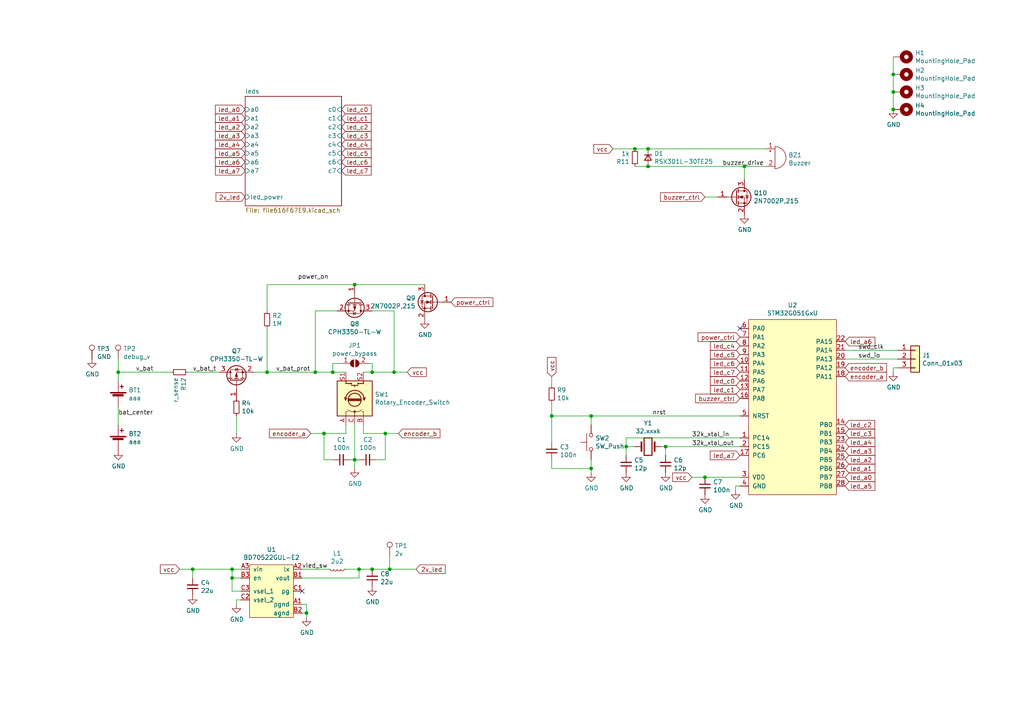
<source format=kicad_sch>
(kicad_sch (version 20211123) (generator eeschema)
  (paper "A4")
  (lib_symbols
    (symbol "Connector:TestPoint" (pin_numbers hide) (pin_names (offset 0.762) hide)
      (property "Reference" "TP" (at 0 6.858 0))
      (property "Value" "TestPoint" (at 0 5.08 0))
      (symbol "TestPoint_0_1"
        (circle (center 0 3.302) (radius 0.762))
      )
      (symbol "TestPoint_1_1"
        (pin passive line (at 0 0 90) (length 2.54) (name "1") (number "1"))
      )
    )
    (symbol "Connector_Generic:Conn_01x03" (pin_names (offset 1.016) hide)
      (property "Reference" "J" (at 0 5.08 0))
      (property "Value" "Conn_01x03" (at 0 -5.08 0))
      (symbol "Conn_01x03_1_1"
        (rectangle (start -1.27 -2.413) (end 0 -2.667) (stroke (width 0.1524)))
        (rectangle (start -1.27 0.127) (end 0 -0.127) (stroke (width 0.1524)))
        (rectangle (start -1.27 2.667) (end 0 2.413) (stroke (width 0.1524)))
        (rectangle (start -1.27 3.81) (end 1.27 -3.81) (stroke (width 0.254)) (fill (type background)))
        (pin passive line (at -5.08 2.54 0) (length 3.81) (name "Pin_1") (number "1"))
        (pin passive line (at -5.08 0 0) (length 3.81) (name "Pin_2") (number "2"))
        (pin passive line (at -5.08 -2.54 0) (length 3.81) (name "Pin_3") (number "3"))
      )
    )
    (symbol "Device:Battery_Cell" (pin_numbers hide) (pin_names (offset 0) hide)
      (property "Reference" "BT" (at 2.54 2.54 0))
      (property "Value" "Battery_Cell" (at 2.54 0 0))
      (symbol "Battery_Cell_0_1"
        (rectangle (start -2.286 1.778) (end 2.286 1.524) (fill (type outline)))
        (rectangle (start -1.5748 1.1938) (end 1.4732 0.6858) (fill (type outline)))
        (polyline (pts (xy 0 0.762) (xy 0 0)))
        (polyline (pts (xy 0 1.778) (xy 0 2.54)))
        (polyline (pts (xy 0.508 3.429) (xy 1.524 3.429)) (stroke (width 0.254)))
        (polyline (pts (xy 1.016 3.937) (xy 1.016 2.921)) (stroke (width 0.254)))
      )
      (symbol "Battery_Cell_1_1"
        (pin passive line (at 0 5.08 270) (length 2.54) (name "+") (number "1"))
        (pin passive line (at 0 -2.54 90) (length 2.54) (name "-") (number "2"))
      )
    )
    (symbol "Device:Buzzer" (pin_names (offset 0.0254) hide)
      (property "Reference" "BZ" (at 3.81 1.27 0))
      (property "Value" "Buzzer" (at 3.81 -1.27 0))
      (symbol "Buzzer_0_1"
        (arc (start 0 -3.175) (mid 3.175 0) (end 0 3.175))
        (polyline (pts (xy -1.651 1.905) (xy -1.143 1.905)))
        (polyline (pts (xy -1.397 2.159) (xy -1.397 1.651)))
        (polyline (pts (xy 0 3.175) (xy 0 -3.175)))
      )
      (symbol "Buzzer_1_1"
        (pin passive line (at -2.54 2.54 0) (length 2.54) (name "-") (number "1"))
        (pin passive line (at -2.54 -2.54 0) (length 2.54) (name "+") (number "2"))
      )
    )
    (symbol "Device:C_Small" (pin_numbers hide) (pin_names (offset 0.254) hide)
      (property "Reference" "C" (at 0.254 1.778 0))
      (property "Value" "C_Small" (at 0.254 -2.032 0))
      (symbol "C_Small_0_1"
        (polyline (pts (xy -1.524 -0.508) (xy 1.524 -0.508)) (stroke (width 0.3302)))
        (polyline (pts (xy -1.524 0.508) (xy 1.524 0.508)) (stroke (width 0.3048)))
      )
      (symbol "C_Small_1_1"
        (pin passive line (at 0 2.54 270) (length 2.032) (name "~") (number "1"))
        (pin passive line (at 0 -2.54 90) (length 2.032) (name "~") (number "2"))
      )
    )
    (symbol "Device:Crystal" (pin_numbers hide) (pin_names (offset 1.016) hide)
      (property "Reference" "Y" (at 0 3.81 0))
      (property "Value" "Crystal" (at 0 -3.81 0))
      (symbol "Crystal_0_1"
        (rectangle (start -1.143 2.54) (end 1.143 -2.54) (stroke (width 0.3048)))
        (polyline (pts (xy -2.54 0) (xy -1.905 0)))
        (polyline (pts (xy -1.905 -1.27) (xy -1.905 1.27)) (stroke (width 0.508)))
        (polyline (pts (xy 1.905 -1.27) (xy 1.905 1.27)) (stroke (width 0.508)))
        (polyline (pts (xy 2.54 0) (xy 1.905 0)))
      )
      (symbol "Crystal_1_1"
        (pin passive line (at -3.81 0 0) (length 1.27) (name "1") (number "1"))
        (pin passive line (at 3.81 0 180) (length 1.27) (name "2") (number "2"))
      )
    )
    (symbol "Device:D_Small" (pin_numbers hide) (pin_names (offset 0.254) hide)
      (property "Reference" "D" (at -1.27 2.032 0))
      (property "Value" "D_Small" (at -3.81 -2.032 0))
      (symbol "D_Small_0_1"
        (polyline (pts (xy -0.762 -1.016) (xy -0.762 1.016)) (stroke (width 0.254)))
        (polyline (pts (xy -0.762 0) (xy 0.762 0)))
        (polyline (pts (xy 0.762 -1.016) (xy -0.762 0) (xy 0.762 1.016) (xy 0.762 -1.016)) (stroke (width 0.254)))
      )
      (symbol "D_Small_1_1"
        (pin passive line (at -2.54 0 0) (length 1.778) (name "K") (number "1"))
        (pin passive line (at 2.54 0 180) (length 1.778) (name "A") (number "2"))
      )
    )
    (symbol "Device:L_Small" (pin_numbers hide) (pin_names (offset 0.254) hide)
      (property "Reference" "L" (at 0.762 1.016 0))
      (property "Value" "L_Small" (at 0.762 -1.016 0))
      (symbol "L_Small_0_1"
        (arc (start 0 -2.032) (mid 0.508 -1.524) (end 0 -1.016))
        (arc (start 0 -1.016) (mid 0.508 -0.508) (end 0 0))
        (arc (start 0 0) (mid 0.508 0.508) (end 0 1.016))
        (arc (start 0 1.016) (mid 0.508 1.524) (end 0 2.032))
      )
      (symbol "L_Small_1_1"
        (pin passive line (at 0 2.54 270) (length 0.508) (name "~") (number "1"))
        (pin passive line (at 0 -2.54 90) (length 0.508) (name "~") (number "2"))
      )
    )
    (symbol "Device:Q_NMOS_GSD" (pin_names (offset 0) hide)
      (property "Reference" "Q" (at 5.08 1.27 0))
      (property "Value" "Q_NMOS_GSD" (at 5.08 -1.27 0))
      (symbol "Q_NMOS_GSD_0_1"
        (polyline (pts (xy 0.254 0) (xy -2.54 0)))
        (polyline (pts (xy 0.254 1.905) (xy 0.254 -1.905)) (stroke (width 0.254)))
        (polyline (pts (xy 0.762 -1.27) (xy 0.762 -2.286)) (stroke (width 0.254)))
        (polyline (pts (xy 0.762 0.508) (xy 0.762 -0.508)) (stroke (width 0.254)))
        (polyline (pts (xy 0.762 2.286) (xy 0.762 1.27)) (stroke (width 0.254)))
        (polyline (pts (xy 2.54 2.54) (xy 2.54 1.778)))
        (polyline (pts (xy 2.54 -2.54) (xy 2.54 0) (xy 0.762 0)))
        (polyline (pts (xy 0.762 -1.778) (xy 3.302 -1.778) (xy 3.302 1.778) (xy 0.762 1.778)))
        (polyline (pts (xy 1.016 0) (xy 2.032 0.381) (xy 2.032 -0.381) (xy 1.016 0)) (fill (type outline)))
        (polyline (pts (xy 2.794 0.508) (xy 2.921 0.381) (xy 3.683 0.381) (xy 3.81 0.254)))
        (polyline (pts (xy 3.302 0.381) (xy 2.921 -0.254) (xy 3.683 -0.254) (xy 3.302 0.381)))
        (circle (center 1.651 0) (radius 2.794) (stroke (width 0.254)))
        (circle (center 2.54 -1.778) (radius 0.254) (fill (type outline)))
        (circle (center 2.54 1.778) (radius 0.254) (fill (type outline)))
      )
      (symbol "Q_NMOS_GSD_1_1"
        (pin input line (at -5.08 0 0) (length 2.54) (name "G") (number "1"))
        (pin passive line (at 2.54 -5.08 90) (length 2.54) (name "S") (number "2"))
        (pin passive line (at 2.54 5.08 270) (length 2.54) (name "D") (number "3"))
      )
    )
    (symbol "Device:Q_PMOS_GSD" (pin_names (offset 0) hide)
      (property "Reference" "Q" (at 5.08 1.27 0))
      (property "Value" "Q_PMOS_GSD" (at 5.08 -1.27 0))
      (symbol "Q_PMOS_GSD_0_1"
        (polyline (pts (xy 0.254 0) (xy -2.54 0)))
        (polyline (pts (xy 0.254 1.905) (xy 0.254 -1.905)) (stroke (width 0.254)))
        (polyline (pts (xy 0.762 -1.27) (xy 0.762 -2.286)) (stroke (width 0.254)))
        (polyline (pts (xy 0.762 0.508) (xy 0.762 -0.508)) (stroke (width 0.254)))
        (polyline (pts (xy 0.762 2.286) (xy 0.762 1.27)) (stroke (width 0.254)))
        (polyline (pts (xy 2.54 2.54) (xy 2.54 1.778)))
        (polyline (pts (xy 2.54 -2.54) (xy 2.54 0) (xy 0.762 0)))
        (polyline (pts (xy 0.762 1.778) (xy 3.302 1.778) (xy 3.302 -1.778) (xy 0.762 -1.778)))
        (polyline (pts (xy 2.286 0) (xy 1.27 0.381) (xy 1.27 -0.381) (xy 2.286 0)) (fill (type outline)))
        (polyline (pts (xy 2.794 -0.508) (xy 2.921 -0.381) (xy 3.683 -0.381) (xy 3.81 -0.254)))
        (polyline (pts (xy 3.302 -0.381) (xy 2.921 0.254) (xy 3.683 0.254) (xy 3.302 -0.381)))
        (circle (center 1.651 0) (radius 2.794) (stroke (width 0.254)))
        (circle (center 2.54 -1.778) (radius 0.254) (fill (type outline)))
        (circle (center 2.54 1.778) (radius 0.254) (fill (type outline)))
      )
      (symbol "Q_PMOS_GSD_1_1"
        (pin input line (at -5.08 0 0) (length 2.54) (name "G") (number "1"))
        (pin passive line (at 2.54 -5.08 90) (length 2.54) (name "S") (number "2"))
        (pin passive line (at 2.54 5.08 270) (length 2.54) (name "D") (number "3"))
      )
    )
    (symbol "Device:R_Small" (pin_numbers hide) (pin_names (offset 0.254) hide)
      (property "Reference" "R" (at 0.762 0.508 0))
      (property "Value" "R_Small" (at 0.762 -1.016 0))
      (symbol "R_Small_0_1"
        (rectangle (start -0.762 1.778) (end 0.762 -1.778) (stroke (width 0.2032)))
      )
      (symbol "R_Small_1_1"
        (pin passive line (at 0 2.54 270) (length 0.762) (name "~") (number "1"))
        (pin passive line (at 0 -2.54 90) (length 0.762) (name "~") (number "2"))
      )
    )
    (symbol "Device:Rotary_Encoder_Switch" (pin_names (offset 0.254) hide)
      (property "Reference" "SW" (at 0 6.604 0))
      (property "Value" "Device_Rotary_Encoder_Switch" (at 0 -6.604 0))
      (symbol "Rotary_Encoder_Switch_0_1"
        (rectangle (start -5.08 5.08) (end 5.08 -5.08) (stroke (width 0.254)) (fill (type background)))
        (circle (center -3.81 0) (radius 0.254) (fill (type outline)))
        (arc (start -0.381 -2.794) (mid 2.3622 -0.0508) (end -0.381 2.667) (stroke (width 0.254)))
        (circle (center -0.381 0) (radius 1.905) (stroke (width 0.254)))
        (polyline (pts (xy -0.635 -1.778) (xy -0.635 1.778)) (stroke (width 0.254)))
        (polyline (pts (xy -0.381 -1.778) (xy -0.381 1.778)) (stroke (width 0.254)))
        (polyline (pts (xy -0.127 1.778) (xy -0.127 -1.778)) (stroke (width 0.254)))
        (polyline (pts (xy 3.81 0) (xy 3.429 0)) (stroke (width 0.254)))
        (polyline (pts (xy 3.81 1.016) (xy 3.81 -1.016)) (stroke (width 0.254)))
        (polyline (pts (xy -5.08 -2.54) (xy -3.81 -2.54) (xy -3.81 -2.032)))
        (polyline (pts (xy -5.08 2.54) (xy -3.81 2.54) (xy -3.81 2.032)))
        (polyline (pts (xy 0.254 -3.048) (xy -0.508 -2.794) (xy 0.127 -2.413)) (stroke (width 0.254)))
        (polyline (pts (xy 0.254 2.921) (xy -0.508 2.667) (xy 0.127 2.286)) (stroke (width 0.254)))
        (polyline (pts (xy 5.08 -2.54) (xy 4.318 -2.54) (xy 4.318 -1.016)) (stroke (width 0.254)))
        (polyline (pts (xy 5.08 2.54) (xy 4.318 2.54) (xy 4.318 1.016)) (stroke (width 0.254)))
        (polyline (pts (xy -5.08 0) (xy -3.81 0) (xy -3.81 -1.016) (xy -3.302 -2.032)))
        (polyline (pts (xy -4.318 0) (xy -3.81 0) (xy -3.81 1.016) (xy -3.302 2.032)))
        (circle (center 4.318 -1.016) (radius 0.127) (stroke (width 0.254)))
        (circle (center 4.318 1.016) (radius 0.127) (stroke (width 0.254)))
      )
      (symbol "Rotary_Encoder_Switch_1_1"
        (pin passive line (at -7.62 2.54 0) (length 2.54) (name "A") (number "A"))
        (pin passive line (at -7.62 -2.54 0) (length 2.54) (name "B") (number "B"))
        (pin passive line (at -7.62 0 0) (length 2.54) (name "C") (number "C"))
        (pin passive line (at 7.62 2.54 180) (length 2.54) (name "S1") (number "S1"))
        (pin passive line (at 7.62 -2.54 180) (length 2.54) (name "S2") (number "S2"))
      )
    )
    (symbol "Jumper:SolderJumper_2_Open" (pin_names (offset 0) hide)
      (property "Reference" "JP" (at 0 2.032 0))
      (property "Value" "SolderJumper_2_Open" (at 0 -2.54 0))
      (symbol "SolderJumper_2_Open_0_1"
        (arc (start -0.254 1.016) (mid -1.27 0) (end -0.254 -1.016))
        (arc (start -0.254 1.016) (mid -1.27 0) (end -0.254 -1.016) (fill (type outline)))
        (polyline (pts (xy -0.254 1.016) (xy -0.254 -1.016)))
        (polyline (pts (xy 0.254 1.016) (xy 0.254 -1.016)))
        (arc (start 0.254 -1.016) (mid 1.27 0) (end 0.254 1.016))
        (arc (start 0.254 -1.016) (mid 1.27 0) (end 0.254 1.016) (fill (type outline)))
      )
      (symbol "SolderJumper_2_Open_1_1"
        (pin passive line (at -3.81 0 0) (length 2.54) (name "A") (number "1"))
        (pin passive line (at 3.81 0 180) (length 2.54) (name "B") (number "2"))
      )
    )
    (symbol "Mechanical:MountingHole_Pad" (pin_numbers hide) (pin_names (offset 1.016) hide)
      (property "Reference" "H" (at 0 6.35 0))
      (property "Value" "MountingHole_Pad" (at 0 4.445 0))
      (symbol "MountingHole_Pad_0_1"
        (circle (center 0 1.27) (radius 1.27) (stroke (width 1.27)))
      )
      (symbol "MountingHole_Pad_1_1"
        (pin input line (at 0 -2.54 90) (length 2.54) (name "1") (number "1"))
      )
    )
    (symbol "Switch:SW_Push" (pin_numbers hide) (pin_names (offset 1.016) hide)
      (property "Reference" "SW" (at 1.27 2.54 0))
      (property "Value" "SW_Push" (at 0 -1.524 0))
      (symbol "SW_Push_0_1"
        (circle (center -2.032 0) (radius 0.508))
        (polyline (pts (xy 0 1.27) (xy 0 3.048)))
        (polyline (pts (xy 2.54 1.27) (xy -2.54 1.27)))
        (circle (center 2.032 0) (radius 0.508))
        (pin passive line (at -5.08 0 0) (length 2.54) (name "1") (number "1"))
        (pin passive line (at 5.08 0 180) (length 2.54) (name "2") (number "2"))
      )
    )
    (symbol "good_things:BD70522GUL-E2" (pin_names (offset 1.016))
      (property "Reference" "U" (at 0 -8.89 0))
      (property "Value" "good_things_BD70522GUL-E2" (at 0 8.89 0))
      (symbol "BD70522GUL-E2_0_1"
        (rectangle (start -6.35 7.62) (end 6.35 -7.62) (fill (type background)))
      )
      (symbol "BD70522GUL-E2_1_1"
        (pin power_in line (at 8.89 -3.81 180) (length 2.54) (name "pgnd") (number "A1"))
        (pin output line (at 8.89 6.35 180) (length 2.54) (name "lx") (number "A2"))
        (pin power_in line (at -8.89 6.35 0) (length 2.54) (name "vin") (number "A3"))
        (pin power_out line (at 8.89 3.81 180) (length 2.54) (name "vout") (number "B1"))
        (pin power_in line (at 8.89 -6.35 180) (length 2.54) (name "agnd") (number "B2"))
        (pin input line (at -8.89 3.81 0) (length 2.54) (name "en") (number "B3"))
        (pin open_collector line (at 8.89 0 180) (length 2.54) (name "pg") (number "C1"))
        (pin input line (at -8.89 -2.54 0) (length 2.54) (name "vsel_2") (number "C2"))
        (pin input line (at -8.89 0 0) (length 2.54) (name "vsel_1") (number "C3"))
      )
    )
    (symbol "good_things:STM32G051GxU" (pin_names (offset 1.016))
      (property "Reference" "U" (at 0 -26.67 0))
      (property "Value" "good_things_STM32G051GxU" (at 0 26.67 0))
      (symbol "STM32G051GxU_0_1"
        (rectangle (start -12.7 25.4) (end 12.7 -25.4) (fill (type background)))
      )
      (symbol "STM32G051GxU_1_1"
        (pin bidirectional line (at -15.24 -8.89 0) (length 2.54) (name "PC14") (number "1"))
        (pin bidirectional line (at -15.24 12.7 0) (length 2.54) (name "PA4") (number "10"))
        (pin bidirectional line (at -15.24 10.16 0) (length 2.54) (name "PA5") (number "11"))
        (pin bidirectional line (at -15.24 7.62 0) (length 2.54) (name "PA6") (number "12"))
        (pin bidirectional line (at -15.24 5.08 0) (length 2.54) (name "PA7") (number "13"))
        (pin bidirectional line (at 15.24 -5.08 180) (length 2.54) (name "PB0") (number "14"))
        (pin bidirectional line (at 15.24 -7.62 180) (length 2.54) (name "PB1") (number "15"))
        (pin bidirectional line (at -15.24 2.54 0) (length 2.54) (name "PA8") (number "16"))
        (pin bidirectional line (at -15.24 -13.97 0) (length 2.54) (name "PC6") (number "17"))
        (pin bidirectional line (at 15.24 8.89 180) (length 2.54) (name "PA11") (number "18"))
        (pin bidirectional line (at 15.24 11.43 180) (length 2.54) (name "PA12") (number "19"))
        (pin bidirectional line (at -15.24 -11.43 0) (length 2.54) (name "PC15") (number "2"))
        (pin bidirectional line (at 15.24 13.97 180) (length 2.54) (name "PA13") (number "20"))
        (pin bidirectional line (at 15.24 16.51 180) (length 2.54) (name "PA14") (number "21"))
        (pin bidirectional line (at 15.24 19.05 180) (length 2.54) (name "PA15") (number "22"))
        (pin bidirectional line (at 15.24 -10.16 180) (length 2.54) (name "PB3") (number "23"))
        (pin bidirectional line (at 15.24 -12.7 180) (length 2.54) (name "PB4") (number "24"))
        (pin bidirectional line (at 15.24 -15.24 180) (length 2.54) (name "PB5") (number "25"))
        (pin bidirectional line (at 15.24 -17.78 180) (length 2.54) (name "PB6") (number "26"))
        (pin bidirectional line (at 15.24 -20.32 180) (length 2.54) (name "PB7") (number "27"))
        (pin bidirectional line (at 15.24 -22.86 180) (length 2.54) (name "PB8") (number "28"))
        (pin power_in line (at -15.24 -20.32 0) (length 2.54) (name "VDD") (number "3"))
        (pin power_in line (at -15.24 -22.86 0) (length 2.54) (name "GND") (number "4"))
        (pin bidirectional line (at -15.24 -2.54 0) (length 2.54) (name "NRST") (number "5"))
        (pin bidirectional line (at -15.24 22.86 0) (length 2.54) (name "PA0") (number "6"))
        (pin bidirectional line (at -15.24 20.32 0) (length 2.54) (name "PA1") (number "7"))
        (pin bidirectional line (at -15.24 17.78 0) (length 2.54) (name "PA2") (number "8"))
        (pin bidirectional line (at -15.24 15.24 0) (length 2.54) (name "PA3") (number "9"))
      )
    )
    (symbol "power:GND" (power) (pin_names (offset 0))
      (property "Value" "GND" (at 0 -3.81 0))
      (symbol "GND_0_1"
        (polyline (pts (xy 0 0) (xy 0 -1.27) (xy 1.27 -1.27) (xy 0 -2.54) (xy -1.27 -1.27) (xy 0 -1.27)))
      )
      (symbol "GND_1_1"
        (pin power_in line (at 0 0 270) (length 0) hide (name "GND") (number "1"))
      )
    )
  )
  (junction (at 77.47 107.95))
  (junction (at 111.76 125.73))
  (junction (at 171.45 120.65))
  (junction (at 204.47 138.43))
  (junction (at 259.08 26.67))
  (junction (at 160.02 120.65))
  (junction (at 259.08 31.75))
  (junction (at 184.15 43.18))
  (junction (at 193.04 129.54))
  (junction (at 181.61 129.54))
  (junction (at 93.98 125.73))
  (junction (at 102.87 133.35))
  (junction (at 187.96 48.26))
  (junction (at 96.52 107.95))
  (junction (at 91.44 107.95))
  (junction (at 34.29 107.95))
  (junction (at 88.9 177.8))
  (junction (at 104.14 165.1))
  (junction (at 259.08 21.59))
  (junction (at 102.87 82.55))
  (junction (at 67.31 165.1))
  (junction (at 55.88 165.1))
  (junction (at 187.96 43.18))
  (junction (at 171.45 135.89))
  (junction (at 113.03 165.1))
  (junction (at 107.95 107.95))
  (junction (at 107.95 165.1))
  (junction (at 67.31 167.64))
  (junction (at 215.9 48.26))
  (junction (at 114.3 107.95))
  (no_connect (at 87.63 171.45))
  (no_connect (at 214.63 95.25))
  (wire (pts (xy 77.47 82.55) (xy 102.87 82.55)))
  (wire (pts (xy 213.36 142.24) (xy 213.36 140.97)))
  (wire (pts (xy 88.9 177.8) (xy 88.9 175.26)))
  (wire (pts (xy 87.63 167.64) (xy 104.14 167.64)))
  (wire (pts (xy 102.87 133.35) (xy 104.14 133.35)))
  (wire (pts (xy 259.08 21.59) (xy 259.08 16.51)))
  (wire (pts (xy 91.44 90.17) (xy 91.44 107.95)))
  (wire (pts (xy 177.8 43.18) (xy 184.15 43.18)))
  (wire (pts (xy 187.96 48.26) (xy 215.9 48.26)))
  (wire (pts (xy 259.08 31.75) (xy 259.08 26.67)))
  (wire (pts (xy 193.04 129.54) (xy 193.04 132.08)))
  (wire (pts (xy 259.08 107.95) (xy 259.08 106.68)))
  (wire (pts (xy 77.47 107.95) (xy 91.44 107.95)))
  (wire (pts (xy 213.36 140.97) (xy 214.63 140.97)))
  (wire (pts (xy 104.14 167.64) (xy 104.14 165.1)))
  (wire (pts (xy 114.3 90.17) (xy 114.3 107.95)))
  (wire (pts (xy 34.29 123.19) (xy 34.29 118.11)))
  (wire (pts (xy 204.47 138.43) (xy 214.63 138.43)))
  (wire (pts (xy 181.61 132.08) (xy 181.61 129.54)))
  (wire (pts (xy 171.45 135.89) (xy 160.02 135.89)))
  (wire (pts (xy 77.47 95.25) (xy 77.47 107.95)))
  (wire (pts (xy 102.87 135.89) (xy 102.87 133.35)))
  (wire (pts (xy 120.65 165.1) (xy 113.03 165.1)))
  (wire (pts (xy 95.25 165.1) (xy 87.63 165.1)))
  (wire (pts (xy 115.57 125.73) (xy 111.76 125.73)))
  (wire (pts (xy 100.33 165.1) (xy 104.14 165.1)))
  (wire (pts (xy 102.87 82.55) (xy 123.19 82.55)))
  (wire (pts (xy 111.76 133.35) (xy 111.76 125.73)))
  (wire (pts (xy 99.06 105.41) (xy 96.52 105.41)))
  (wire (pts (xy 114.3 90.17) (xy 107.95 90.17)))
  (wire (pts (xy 181.61 127) (xy 181.61 129.54)))
  (wire (pts (xy 160.02 135.89) (xy 160.02 133.35)))
  (wire (pts (xy 67.31 167.64) (xy 67.31 171.45)))
  (wire (pts (xy 100.33 123.19) (xy 100.33 125.73)))
  (wire (pts (xy 160.02 109.22) (xy 160.02 111.76)))
  (wire (pts (xy 184.15 43.18) (xy 187.96 43.18)))
  (wire (pts (xy 93.98 133.35) (xy 96.52 133.35)))
  (wire (pts (xy 114.3 107.95) (xy 118.11 107.95)))
  (wire (pts (xy 102.87 133.35) (xy 102.87 123.19)))
  (wire (pts (xy 55.88 167.64) (xy 55.88 165.1)))
  (wire (pts (xy 259.08 106.68) (xy 260.35 106.68)))
  (wire (pts (xy 68.58 120.65) (xy 68.58 125.73)))
  (wire (pts (xy 105.41 125.73) (xy 105.41 123.19)))
  (wire (pts (xy 93.98 125.73) (xy 93.98 133.35)))
  (wire (pts (xy 104.14 165.1) (xy 107.95 165.1)))
  (wire (pts (xy 107.95 165.1) (xy 113.03 165.1)))
  (wire (pts (xy 171.45 133.35) (xy 171.45 135.89)))
  (wire (pts (xy 215.9 48.26) (xy 222.25 48.26)))
  (wire (pts (xy 91.44 107.95) (xy 96.52 107.95)))
  (wire (pts (xy 204.47 57.15) (xy 208.28 57.15)))
  (wire (pts (xy 90.17 125.73) (xy 93.98 125.73)))
  (wire (pts (xy 245.11 101.6) (xy 260.35 101.6)))
  (wire (pts (xy 184.15 48.26) (xy 187.96 48.26)))
  (wire (pts (xy 107.95 107.95) (xy 114.3 107.95)))
  (wire (pts (xy 97.79 90.17) (xy 91.44 90.17)))
  (wire (pts (xy 171.45 120.65) (xy 160.02 120.65)))
  (wire (pts (xy 88.9 179.07) (xy 88.9 177.8)))
  (wire (pts (xy 88.9 177.8) (xy 87.63 177.8)))
  (wire (pts (xy 34.29 107.95) (xy 34.29 110.49)))
  (wire (pts (xy 107.95 105.41) (xy 107.95 107.95)))
  (wire (pts (xy 34.29 107.95) (xy 49.53 107.95)))
  (wire (pts (xy 200.66 138.43) (xy 204.47 138.43)))
  (wire (pts (xy 69.85 165.1) (xy 67.31 165.1)))
  (wire (pts (xy 52.07 165.1) (xy 55.88 165.1)))
  (wire (pts (xy 106.68 105.41) (xy 107.95 105.41)))
  (wire (pts (xy 171.45 120.65) (xy 214.63 120.65)))
  (wire (pts (xy 214.63 129.54) (xy 193.04 129.54)))
  (wire (pts (xy 181.61 127) (xy 214.63 127)))
  (wire (pts (xy 111.76 125.73) (xy 105.41 125.73)))
  (wire (pts (xy 215.9 52.07) (xy 215.9 48.26)))
  (wire (pts (xy 34.29 104.14) (xy 34.29 107.95)))
  (wire (pts (xy 73.66 107.95) (xy 77.47 107.95)))
  (wire (pts (xy 54.61 107.95) (xy 63.5 107.95)))
  (wire (pts (xy 77.47 90.17) (xy 77.47 82.55)))
  (wire (pts (xy 171.45 120.65) (xy 171.45 123.19)))
  (wire (pts (xy 171.45 137.16) (xy 171.45 135.89)))
  (wire (pts (xy 181.61 129.54) (xy 184.15 129.54)))
  (wire (pts (xy 105.41 107.95) (xy 107.95 107.95)))
  (wire (pts (xy 100.33 125.73) (xy 93.98 125.73)))
  (wire (pts (xy 259.08 26.67) (xy 259.08 21.59)))
  (wire (pts (xy 260.35 104.14) (xy 245.11 104.14)))
  (wire (pts (xy 96.52 107.95) (xy 100.33 107.95)))
  (wire (pts (xy 88.9 175.26) (xy 87.63 175.26)))
  (wire (pts (xy 101.6 133.35) (xy 102.87 133.35)))
  (wire (pts (xy 160.02 116.84) (xy 160.02 120.65)))
  (wire (pts (xy 67.31 171.45) (xy 69.85 171.45)))
  (wire (pts (xy 68.58 175.26) (xy 68.58 173.99)))
  (wire (pts (xy 68.58 173.99) (xy 69.85 173.99)))
  (wire (pts (xy 96.52 105.41) (xy 96.52 107.95)))
  (wire (pts (xy 109.22 133.35) (xy 111.76 133.35)))
  (wire (pts (xy 191.77 129.54) (xy 193.04 129.54)))
  (wire (pts (xy 67.31 165.1) (xy 67.31 167.64)))
  (wire (pts (xy 113.03 165.1) (xy 113.03 161.29)))
  (wire (pts (xy 160.02 120.65) (xy 160.02 128.27)))
  (wire (pts (xy 67.31 167.64) (xy 69.85 167.64)))
  (wire (pts (xy 55.88 165.1) (xy 67.31 165.1)))
  (wire (pts (xy 187.96 43.18) (xy 222.25 43.18)))
  (label "v_bat_prot" (at 80.01 107.95 0))
  (label "nrst" (at 189.23 120.65 0))
  (label "swd_clk" (at 248.92 101.6 0))
  (label "power_on" (at 86.36 81.28 0))
  (label "32k_xtal_out" (at 200.66 129.54 0))
  (label "buzzer_drive" (at 209.55 48.26 0))
  (label "bat_center" (at 34.29 120.65 0))
  (label "swd_io" (at 248.92 104.14 0))
  (label "v_bat_t" (at 55.88 107.95 0))
  (label "vled_sw" (at 87.63 165.1 0))
  (label "32k_xtal_in" (at 200.66 127 0))
  (label "v_bat" (at 39.37 107.95 0))
  (global_label "power_ctrl" (shape input) (at 130.81 87.63 0) (property "Intersheet References" "${INTERSHEET_REFS}" (effects hide)))
  (global_label "2v_led" (shape input) (at 120.65 165.1 0) (property "Intersheet References" "${INTERSHEET_REFS}" (effects hide)))
  (global_label "led_c3" (shape input) (at 245.11 125.73 0) (property "Intersheet References" "${INTERSHEET_REFS}" (effects hide)))
  (global_label "led_c0" (shape input) (at 214.63 110.49 180) (property "Intersheet References" "${INTERSHEET_REFS}" (effects hide)))
  (global_label "encoder_b" (shape input) (at 115.57 125.73 0) (property "Intersheet References" "${INTERSHEET_REFS}" (effects hide)))
  (global_label "vcc" (shape input) (at 52.07 165.1 180) (property "Intersheet References" "${INTERSHEET_REFS}" (effects hide)))
  (global_label "led_a6" (shape input) (at 71.12 46.99 180) (property "Intersheet References" "${INTERSHEET_REFS}" (effects hide)))
  (global_label "led_c4" (shape input) (at 99.06 41.91 0) (property "Intersheet References" "${INTERSHEET_REFS}" (effects hide)))
  (global_label "led_a5" (shape input) (at 71.12 44.45 180) (property "Intersheet References" "${INTERSHEET_REFS}" (effects hide)))
  (global_label "led_c3" (shape input) (at 99.06 39.37 0) (property "Intersheet References" "${INTERSHEET_REFS}" (effects hide)))
  (global_label "led_c7" (shape input) (at 99.06 49.53 0) (property "Intersheet References" "${INTERSHEET_REFS}" (effects hide)))
  (global_label "led_c2" (shape input) (at 245.11 123.19 0) (property "Intersheet References" "${INTERSHEET_REFS}" (effects hide)))
  (global_label "led_a3" (shape input) (at 71.12 39.37 180) (property "Intersheet References" "${INTERSHEET_REFS}" (effects hide)))
  (global_label "vcc" (shape input) (at 177.8 43.18 180) (property "Intersheet References" "${INTERSHEET_REFS}" (effects hide)))
  (global_label "led_c1" (shape input) (at 99.06 34.29 0) (property "Intersheet References" "${INTERSHEET_REFS}" (effects hide)))
  (global_label "led_a1" (shape input) (at 71.12 34.29 180) (property "Intersheet References" "${INTERSHEET_REFS}" (effects hide)))
  (global_label "led_c0" (shape input) (at 99.06 31.75 0) (property "Intersheet References" "${INTERSHEET_REFS}" (effects hide)))
  (global_label "encoder_a" (shape input) (at 245.11 109.22 0) (property "Intersheet References" "${INTERSHEET_REFS}" (effects hide)))
  (global_label "vcc" (shape input) (at 160.02 109.22 90) (property "Intersheet References" "${INTERSHEET_REFS}" (effects hide)))
  (global_label "led_a7" (shape input) (at 214.63 132.08 180) (property "Intersheet References" "${INTERSHEET_REFS}" (effects hide)))
  (global_label "vcc" (shape input) (at 200.66 138.43 180) (property "Intersheet References" "${INTERSHEET_REFS}" (effects hide)))
  (global_label "2v_led" (shape input) (at 71.12 57.15 180) (property "Intersheet References" "${INTERSHEET_REFS}" (effects hide)))
  (global_label "led_a3" (shape input) (at 245.11 130.81 0) (property "Intersheet References" "${INTERSHEET_REFS}" (effects hide)))
  (global_label "led_c5" (shape input) (at 99.06 44.45 0) (property "Intersheet References" "${INTERSHEET_REFS}" (effects hide)))
  (global_label "vcc" (shape input) (at 118.11 107.95 0) (property "Intersheet References" "${INTERSHEET_REFS}" (effects hide)))
  (global_label "led_a5" (shape input) (at 245.11 140.97 0) (property "Intersheet References" "${INTERSHEET_REFS}" (effects hide)))
  (global_label "led_a4" (shape input) (at 245.11 128.27 0) (property "Intersheet References" "${INTERSHEET_REFS}" (effects hide)))
  (global_label "led_a2" (shape input) (at 245.11 133.35 0) (property "Intersheet References" "${INTERSHEET_REFS}" (effects hide)))
  (global_label "led_c6" (shape input) (at 214.63 105.41 180) (property "Intersheet References" "${INTERSHEET_REFS}" (effects hide)))
  (global_label "led_a0" (shape input) (at 245.11 138.43 0) (property "Intersheet References" "${INTERSHEET_REFS}" (effects hide)))
  (global_label "led_a6" (shape input) (at 245.11 99.06 0) (property "Intersheet References" "${INTERSHEET_REFS}" (effects hide)))
  (global_label "buzzer_ctrl" (shape input) (at 214.63 115.57 180) (property "Intersheet References" "${INTERSHEET_REFS}" (effects hide)))
  (global_label "led_a4" (shape input) (at 71.12 41.91 180) (property "Intersheet References" "${INTERSHEET_REFS}" (effects hide)))
  (global_label "led_a7" (shape input) (at 71.12 49.53 180) (property "Intersheet References" "${INTERSHEET_REFS}" (effects hide)))
  (global_label "led_a0" (shape input) (at 71.12 31.75 180) (property "Intersheet References" "${INTERSHEET_REFS}" (effects hide)))
  (global_label "led_a2" (shape input) (at 71.12 36.83 180) (property "Intersheet References" "${INTERSHEET_REFS}" (effects hide)))
  (global_label "power_ctrl" (shape input) (at 214.63 97.79 180) (property "Intersheet References" "${INTERSHEET_REFS}" (effects hide)))
  (global_label "encoder_b" (shape input) (at 245.11 106.68 0) (property "Intersheet References" "${INTERSHEET_REFS}" (effects hide)))
  (global_label "led_c6" (shape input) (at 99.06 46.99 0) (property "Intersheet References" "${INTERSHEET_REFS}" (effects hide)))
  (global_label "led_c2" (shape input) (at 99.06 36.83 0) (property "Intersheet References" "${INTERSHEET_REFS}" (effects hide)))
  (global_label "encoder_a" (shape input) (at 90.17 125.73 180) (property "Intersheet References" "${INTERSHEET_REFS}" (effects hide)))
  (global_label "led_c1" (shape input) (at 214.63 113.03 180) (property "Intersheet References" "${INTERSHEET_REFS}" (effects hide)))
  (global_label "led_c7" (shape input) (at 214.63 107.95 180) (property "Intersheet References" "${INTERSHEET_REFS}" (effects hide)))
  (global_label "led_c5" (shape input) (at 214.63 102.87 180) (property "Intersheet References" "${INTERSHEET_REFS}" (effects hide)))
  (global_label "led_c4" (shape input) (at 214.63 100.33 180) (property "Intersheet References" "${INTERSHEET_REFS}" (effects hide)))
  (global_label "led_a1" (shape input) (at 245.11 135.89 0) (property "Intersheet References" "${INTERSHEET_REFS}" (effects hide)))
  (global_label "buzzer_ctrl" (shape input) (at 204.47 57.15 180) (property "Intersheet References" "${INTERSHEET_REFS}" (effects hide)))
  (symbol (lib_id "good_things:STM32G051GxU") (at 229.87 118.11 0) (unit 1)
    (property "Reference" "U2" (at 229.87 88.519 0))
    (property "Value" "STM32G051GxU" (at 229.87 90.8304 0))
    (property "Footprint" "Package_DFN_QFN:QFN-28_4x4mm_P0.5mm" (effects hide))
  )
  (symbol (lib_id "Device:Q_PMOS_GSD") (at 68.58 110.49 90) (unit 1)
    (property "Reference" "Q7" (at 68.58 101.8032 90))
    (property "Value" "CPH3350-TL-W" (at 68.58 104.1146 90))
    (property "Footprint" "Package_TO_SOT_SMD:SOT-23_Handsoldering" (effects hide))
  )
  (symbol (lib_id "Device:R_Small") (at 68.58 118.11 0) (unit 1)
    (property "Reference" "R4" (at 70.0786 116.9416 0) (effects (justify left)))
    (property "Value" "10k" (at 70.0786 119.253 0) (effects (justify left)))
    (property "Footprint" "Resistor_SMD:R_0603_1608Metric_Pad0.98x0.95mm_HandSolder" (effects hide))
  )
  (symbol (lib_id "power:GND") (at 34.29 130.81 0) (unit 1)
    (property "Reference" "#PWR0101" (effects hide))
    (property "Value" "GND" (at 34.417 135.2042 0))
  )
  (symbol (lib_id "Device:Battery_Cell") (at 34.29 115.57 0) (unit 1)
    (property "Reference" "BT1" (at 37.2872 113.1316 0) (effects (justify left)))
    (property "Value" "aaa" (at 37.2872 115.443 0) (effects (justify left)))
    (property "Footprint" "Battery:BatteryHolder_Keystone_2466_1xAAA" (effects hide))
  )
  (symbol (lib_id "Device:Battery_Cell") (at 34.29 128.27 0) (unit 1)
    (property "Reference" "BT2" (at 37.2872 125.8316 0) (effects (justify left)))
    (property "Value" "aaa" (at 37.2872 128.143 0) (effects (justify left)))
    (property "Footprint" "Battery:BatteryHolder_Keystone_2466_1xAAA" (effects hide))
  )
  (symbol (lib_id "Device:Rotary_Encoder_Switch") (at 102.87 115.57 90) (unit 1)
    (property "Reference" "SW1" (at 108.712 114.4016 90) (effects (justify right)))
    (property "Value" "Rotary_Encoder_Switch" (at 108.712 116.713 90) (effects (justify right)))
    (property "Footprint" "Rotary_Encoder:RotaryEncoder_Alps_EC11E-Switch_Vertical_H20mm" (effects hide))
  )
  (symbol (lib_id "Device:Q_PMOS_GSD") (at 102.87 87.63 270) (unit 1)
    (property "Reference" "Q8" (at 102.87 93.9546 90))
    (property "Value" "CPH3350-TL-W" (at 102.87 96.266 90))
    (property "Footprint" "Package_TO_SOT_SMD:SOT-23_Handsoldering" (effects hide))
  )
  (symbol (lib_id "power:GND") (at 102.87 135.89 0) (unit 1)
    (property "Reference" "#PWR0102" (effects hide))
    (property "Value" "GND" (at 102.997 140.2842 0))
  )
  (symbol (lib_id "Device:C_Small") (at 106.68 133.35 90) (unit 1)
    (property "Reference" "C2" (at 106.68 127.5334 90))
    (property "Value" "100n" (at 106.68 129.8448 90))
    (property "Footprint" "Capacitor_SMD:C_0603_1608Metric" (effects hide))
  )
  (symbol (lib_id "Device:C_Small") (at 99.06 133.35 90) (unit 1)
    (property "Reference" "C1" (at 99.06 127.5334 90))
    (property "Value" "100n" (at 99.06 129.8448 90))
    (property "Footprint" "Capacitor_SMD:C_0603_1608Metric" (effects hide))
  )
  (symbol (lib_id "Switch:SW_Push") (at 171.45 128.27 90) (unit 1)
    (property "Reference" "SW2" (at 172.6692 127.1016 90) (effects (justify right)))
    (property "Value" "SW_Push" (at 172.6692 129.413 90) (effects (justify right)))
    (property "Footprint" "good_things:push_sw_purple" (effects hide))
  )
  (symbol (lib_id "Device:C_Small") (at 160.02 130.81 180) (unit 1)
    (property "Reference" "C3" (at 162.3568 129.6416 0) (effects (justify right)))
    (property "Value" "100n" (at 162.3568 131.953 0) (effects (justify right)))
    (property "Footprint" "Capacitor_SMD:C_0603_1608Metric" (effects hide))
  )
  (symbol (lib_id "Device:R_Small") (at 160.02 114.3 180) (unit 1)
    (property "Reference" "R9" (at 161.5186 113.1316 0) (effects (justify right)))
    (property "Value" "10k" (at 161.5186 115.443 0) (effects (justify right)))
    (property "Footprint" "Resistor_SMD:R_0603_1608Metric_Pad0.98x0.95mm_HandSolder" (effects hide))
  )
  (symbol (lib_id "power:GND") (at 213.36 142.24 0) (unit 1)
    (property "Reference" "#PWR0103" (effects hide))
    (property "Value" "GND" (at 213.487 146.6342 0))
  )
  (symbol (lib_id "power:GND") (at 171.45 137.16 0) (unit 1)
    (property "Reference" "#PWR0104" (effects hide))
    (property "Value" "GND" (at 171.577 141.5542 0))
  )
  (symbol (lib_id "Device:Crystal") (at 187.96 129.54 0) (unit 1)
    (property "Reference" "Y1" (at 187.96 122.7328 0))
    (property "Value" "32.xxxk" (at 187.96 125.0442 0))
    (property "Footprint" "Crystal:Crystal_Round_D3.0mm_Vertical" (effects hide))
  )
  (symbol (lib_id "Device:C_Small") (at 193.04 134.62 180) (unit 1)
    (property "Reference" "C6" (at 195.3768 133.4516 0) (effects (justify right)))
    (property "Value" "12p" (at 195.3768 135.763 0) (effects (justify right)))
    (property "Footprint" "Capacitor_SMD:C_0603_1608Metric" (effects hide))
  )
  (symbol (lib_id "Device:C_Small") (at 181.61 134.62 180) (unit 1)
    (property "Reference" "C5" (at 183.9468 133.4516 0) (effects (justify right)))
    (property "Value" "12p" (at 183.9468 135.763 0) (effects (justify right)))
    (property "Footprint" "Capacitor_SMD:C_0603_1608Metric" (effects hide))
  )
  (symbol (lib_id "power:GND") (at 181.61 137.16 0) (unit 1)
    (property "Reference" "#PWR0105" (effects hide))
    (property "Value" "GND" (at 181.737 141.5542 0))
  )
  (symbol (lib_id "power:GND") (at 193.04 137.16 0) (unit 1)
    (property "Reference" "#PWR0106" (effects hide))
    (property "Value" "GND" (at 193.167 141.5542 0))
  )
  (symbol (lib_id "Connector_Generic:Conn_01x03") (at 265.43 104.14 0) (unit 1)
    (property "Reference" "J1" (at 267.462 103.0732 0) (effects (justify left)))
    (property "Value" "Conn_01x03" (at 267.462 105.3846 0) (effects (justify left)))
    (property "Footprint" "Connector_PinHeader_2.54mm:PinHeader_1x03_P2.54mm_Vertical" (effects hide))
  )
  (symbol (lib_id "power:GND") (at 259.08 107.95 0) (unit 1)
    (property "Reference" "#PWR0107" (effects hide))
    (property "Value" "GND" (at 259.207 112.3442 0))
  )
  (symbol (lib_id "Device:C_Small") (at 204.47 140.97 0) (unit 1)
    (property "Reference" "C7" (at 206.8068 139.8016 0) (effects (justify left)))
    (property "Value" "100n" (at 206.8068 142.113 0) (effects (justify left)))
    (property "Footprint" "Capacitor_SMD:C_0603_1608Metric" (effects hide))
  )
  (symbol (lib_id "power:GND") (at 204.47 143.51 0) (unit 1)
    (property "Reference" "#PWR0108" (effects hide))
    (property "Value" "GND" (at 204.597 147.9042 0))
  )
  (symbol (lib_id "Device:R_Small") (at 77.47 92.71 0) (unit 1)
    (property "Reference" "R2" (at 78.9686 91.5416 0) (effects (justify left)))
    (property "Value" "1M" (at 78.9686 93.853 0) (effects (justify left)))
    (property "Footprint" "Resistor_SMD:R_0603_1608Metric_Pad0.98x0.95mm_HandSolder" (effects hide))
  )
  (symbol (lib_id "Device:Q_NMOS_GSD") (at 125.73 87.63 0) (mirror y) (unit 1)
    (property "Reference" "Q9" (at 120.523 86.4616 0) (effects (justify left)))
    (property "Value" "2N7002P,215" (at 120.523 88.773 0) (effects (justify left)))
    (property "Footprint" "Package_TO_SOT_SMD:SOT-23_Handsoldering" (effects hide))
  )
  (symbol (lib_id "power:GND") (at 123.19 92.71 0) (unit 1)
    (property "Reference" "#PWR0109" (effects hide))
    (property "Value" "GND" (at 123.317 97.1042 0))
  )
  (symbol (lib_id "good_things:BD70522GUL-E2") (at 78.74 171.45 0) (unit 1)
    (property "Reference" "U1" (at 78.74 159.385 0))
    (property "Value" "BD70522GUL-E2" (at 78.74 161.6964 0))
    (property "Footprint" "good_things:BGA-9_3x3_1.76x1.56mm" (effects hide))
  )
  (symbol (lib_id "Device:C_Small") (at 55.88 170.18 180) (unit 1)
    (property "Reference" "C4" (at 58.2168 169.0116 0) (effects (justify right)))
    (property "Value" "22u" (at 58.2168 171.323 0) (effects (justify right)))
    (property "Footprint" "Capacitor_SMD:C_0603_1608Metric" (effects hide))
  )
  (symbol (lib_id "Device:C_Small") (at 107.95 167.64 180) (unit 1)
    (property "Reference" "C8" (at 110.2868 166.4716 0) (effects (justify right)))
    (property "Value" "22u" (at 110.2868 168.783 0) (effects (justify right)))
    (property "Footprint" "Capacitor_SMD:C_0603_1608Metric" (effects hide))
  )
  (symbol (lib_id "Device:L_Small") (at 97.79 165.1 270) (unit 1)
    (property "Reference" "L1" (at 97.79 160.5026 90))
    (property "Value" "2u2" (at 97.79 162.814 90))
    (property "Footprint" "Inductor_SMD:L_Wuerth_MAPI-2010" (effects hide))
  )
  (symbol (lib_id "power:GND") (at 55.88 172.72 0) (unit 1)
    (property "Reference" "#PWR0110" (effects hide))
    (property "Value" "GND" (at 56.007 177.1142 0))
  )
  (symbol (lib_id "power:GND") (at 107.95 170.18 0) (unit 1)
    (property "Reference" "#PWR0111" (effects hide))
    (property "Value" "GND" (at 108.077 174.5742 0))
  )
  (symbol (lib_id "power:GND") (at 88.9 179.07 0) (unit 1)
    (property "Reference" "#PWR0112" (effects hide))
    (property "Value" "GND" (at 89.027 183.4642 0))
  )
  (symbol (lib_id "power:GND") (at 68.58 175.26 0) (unit 1)
    (property "Reference" "#PWR0113" (effects hide))
    (property "Value" "GND" (at 68.707 179.6542 0))
  )
  (symbol (lib_id "Connector:TestPoint") (at 113.03 161.29 0) (unit 1)
    (property "Reference" "TP1" (at 114.5032 158.2928 0) (effects (justify left)))
    (property "Value" "2v" (at 114.5032 160.6042 0) (effects (justify left)))
    (property "Footprint" "TestPoint:TestPoint_Pad_D2.0mm" (effects hide))
  )
  (symbol (lib_id "Device:Buzzer") (at 224.79 45.72 0) (unit 1)
    (property "Reference" "BZ1" (at 228.6508 44.9834 0) (effects (justify left)))
    (property "Value" "Buzzer" (at 228.6508 47.2948 0) (effects (justify left)))
    (property "Footprint" "good_things:buzzer_d14_p5" (effects hide))
  )
  (symbol (lib_id "Device:D_Small") (at 187.96 45.72 270) (unit 1)
    (property "Reference" "D1" (at 189.738 44.5516 90) (effects (justify left)))
    (property "Value" "RSX301L-30TE25" (at 189.738 46.863 90) (effects (justify left)))
    (property "Footprint" "good_things:smd_diode_sod_106" (effects hide))
  )
  (symbol (lib_id "Device:Q_NMOS_GSD") (at 213.36 57.15 0) (unit 1)
    (property "Reference" "Q10" (at 218.567 55.9816 0) (effects (justify left)))
    (property "Value" "2N7002P,215" (at 218.567 58.293 0) (effects (justify left)))
    (property "Footprint" "Package_TO_SOT_SMD:SOT-23_Handsoldering" (effects hide))
  )
  (symbol (lib_id "power:GND") (at 215.9 62.23 0) (unit 1)
    (property "Reference" "#PWR0114" (effects hide))
    (property "Value" "GND" (at 216.027 66.6242 0))
  )
  (symbol (lib_id "Device:R_Small") (at 184.15 45.72 0) (unit 1)
    (property "Reference" "R11" (at 182.6514 46.8884 0) (effects (justify right)))
    (property "Value" "1k" (at 182.6514 44.577 0) (effects (justify right)))
    (property "Footprint" "Resistor_SMD:R_0603_1608Metric_Pad0.98x0.95mm_HandSolder" (effects hide))
  )
  (symbol (lib_id "Jumper:SolderJumper_2_Open") (at 102.87 105.41 0) (unit 1)
    (property "Reference" "JP1" (at 102.87 100.203 0))
    (property "Value" "power_bypass" (at 102.87 102.5144 0))
    (property "Footprint" "Jumper:SolderJumper-2_P1.3mm_Open_TrianglePad1.0x1.5mm" (effects hide))
  )
  (symbol (lib_id "power:GND") (at 68.58 125.73 0) (unit 1)
    (property "Reference" "#PWR0115" (effects hide))
    (property "Value" "GND" (at 68.707 130.1242 0))
  )
  (symbol (lib_id "Device:R_Small") (at 52.07 107.95 270) (unit 1)
    (property "Reference" "R12" (at 53.2384 109.4486 0) (effects (justify left)))
    (property "Value" "r_sense" (at 50.927 109.4486 0) (effects (justify left)))
    (property "Footprint" "Resistor_SMD:R_0603_1608Metric_Pad0.98x0.95mm_HandSolder" (effects hide))
  )
  (symbol (lib_id "Mechanical:MountingHole_Pad") (at 261.62 16.51 270) (unit 1)
    (property "Reference" "H1" (at 265.43 15.3416 90) (effects (justify left)))
    (property "Value" "MountingHole_Pad" (at 265.43 17.653 90) (effects (justify left)))
    (property "Footprint" "MountingHole:MountingHole_2.7mm_M2.5_DIN965_Pad" (effects hide))
  )
  (symbol (lib_id "Mechanical:MountingHole_Pad") (at 261.62 21.59 270) (unit 1)
    (property "Reference" "H2" (at 265.43 20.4216 90) (effects (justify left)))
    (property "Value" "MountingHole_Pad" (at 265.43 22.733 90) (effects (justify left)))
    (property "Footprint" "MountingHole:MountingHole_2.7mm_M2.5_DIN965_Pad" (effects hide))
  )
  (symbol (lib_id "Mechanical:MountingHole_Pad") (at 261.62 26.67 270) (unit 1)
    (property "Reference" "H3" (at 265.43 25.5016 90) (effects (justify left)))
    (property "Value" "MountingHole_Pad" (at 265.43 27.813 90) (effects (justify left)))
    (property "Footprint" "MountingHole:MountingHole_2.7mm_M2.5_DIN965_Pad" (effects hide))
  )
  (symbol (lib_id "Mechanical:MountingHole_Pad") (at 261.62 31.75 270) (unit 1)
    (property "Reference" "H4" (at 265.43 30.5816 90) (effects (justify left)))
    (property "Value" "MountingHole_Pad" (at 265.43 32.893 90) (effects (justify left)))
    (property "Footprint" "MountingHole:MountingHole_2.7mm_M2.5_DIN965_Pad" (effects hide))
  )
  (symbol (lib_id "power:GND") (at 259.08 31.75 0) (unit 1)
    (property "Reference" "#PWR0116" (effects hide))
    (property "Value" "GND" (at 259.207 36.1442 0))
  )
  (symbol (lib_id "Connector:TestPoint") (at 34.29 104.14 0) (unit 1)
    (property "Reference" "TP2" (at 35.7632 101.1428 0) (effects (justify left)))
    (property "Value" "debug_v" (at 35.7632 103.4542 0) (effects (justify left)))
    (property "Footprint" "TestPoint:TestPoint_Pad_D1.5mm" (effects hide))
  )
  (symbol (lib_id "Connector:TestPoint") (at 26.67 104.14 0) (unit 1)
    (property "Reference" "TP3" (at 28.1432 101.1428 0) (effects (justify left)))
    (property "Value" "GND" (at 28.1432 103.4542 0) (effects (justify left)))
    (property "Footprint" "TestPoint:TestPoint_Pad_D1.5mm" (effects hide))
  )
  (symbol (lib_id "power:GND") (at 26.67 104.14 0) (unit 1)
    (property "Reference" "#PWR0117" (effects hide))
    (property "Value" "GND" (at 26.797 108.5342 0))
  )
  (sheet (at 71.12 27.94) (size 27.94 31.75)
    (property "Sheet name" "leds" (at 71.12 27.2284 0) (effects (justify left bottom)))
    (property "Sheet file" "file616F67E9.kicad_sch" (at 71.12 60.2746 0) (effects (justify left top)))
    (pin "a0" input (at 71.12 31.75 180))
    (pin "a7" input (at 71.12 49.53 180))
    (pin "led_power" input (at 71.12 57.15 180))
    (pin "a6" input (at 71.12 46.99 180))
    (pin "a5" input (at 71.12 44.45 180))
    (pin "a4" input (at 71.12 41.91 180))
    (pin "a3" input (at 71.12 39.37 180))
    (pin "a2" input (at 71.12 36.83 180))
    (pin "a1" input (at 71.12 34.29 180))
    (pin "c7" input (at 99.06 49.53 0))
    (pin "c6" input (at 99.06 46.99 0))
    (pin "c5" input (at 99.06 44.45 0))
    (pin "c4" input (at 99.06 41.91 0))
    (pin "c3" input (at 99.06 39.37 0))
    (pin "c2" input (at 99.06 36.83 0))
    (pin "c1" input (at 99.06 34.29 0))
    (pin "c0" input (at 99.06 31.75 0))
  )
)
</source>
